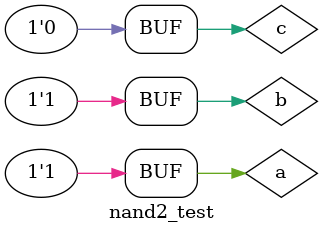
<source format=v>
module nand2_test;
reg a,b;
wire c;
nand nand2_test(c,a,b);
initial
begin
#000 a=0;b=0;
#100 a=0;b=1;
#100 a=1;b=0;
#100 a=1;b=1;
end 
initial
begin
$monitor($time,"a=%b,b=%b,c=%b",a,b,c);
end
initial 
begin 
$dumpfile("nand2_test.vcd");
$dumpvars(0,nand2_test);
end
endmodule
</source>
